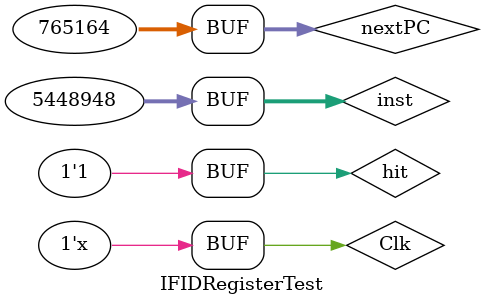
<source format=v>
`timescale 1ns / 1ps

module IFIDRegisterTest;

	// Inputs
	reg [31:0] nextPC;
	reg [31:0] inst;
	reg Clk;
	reg hit;

	// Outputs
	wire [31:0] outInst;
	wire [31:0] outNextPC;

	// Instantiate the Unit Under Test (UUT)
	IFIDRegister uut (
		.nextPC(nextPC), 
		.inst(inst), 
		.Clk(Clk), 
		.hit(hit), 
		.outInst(outInst), 
		.outNextPC(outNextPC)
	);

	initial begin
		// Initialize Inputs
		nextPC = 0;
		inst = 0;
		Clk = 0;
		hit = 0;

		#20;
        
		nextPC = 8;
		inst = 456;
		hit = 1;
		
		#20;
		
		nextPC = 54;
		inst = 456;

		
		#20;
		nextPC = 798;
		inst =1354;

		
		#20;
		nextPC = 7489;
		inst = 465;

		
		#20;
		hit = 0;
		nextPC = 7894;
		inst = 54;

		
		#20;
		nextPC = 0;
		inst = 0;

		
		#20;		
		hit = 1;
		nextPC = 765164;
		inst = 5448948;
	end
   always begin
			
			#10;
			Clk = ~Clk;
	end
endmodule


</source>
